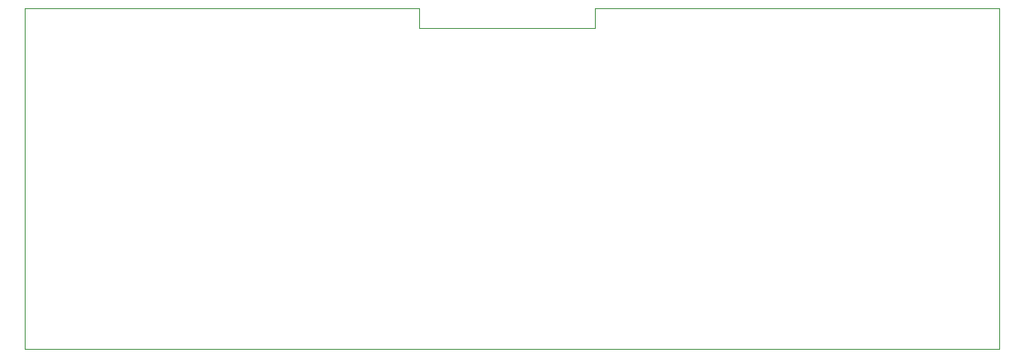
<source format=gbr>
G04 #@! TF.GenerationSoftware,KiCad,Pcbnew,(5.1.10)-1*
G04 #@! TF.CreationDate,2021-08-19T14:27:16+09:00*
G04 #@! TF.ProjectId,driver,64726976-6572-42e6-9b69-6361645f7063,rev?*
G04 #@! TF.SameCoordinates,Original*
G04 #@! TF.FileFunction,Profile,NP*
%FSLAX46Y46*%
G04 Gerber Fmt 4.6, Leading zero omitted, Abs format (unit mm)*
G04 Created by KiCad (PCBNEW (5.1.10)-1) date 2021-08-19 14:27:16*
%MOMM*%
%LPD*%
G01*
G04 APERTURE LIST*
G04 #@! TA.AperFunction,Profile*
%ADD10C,0.050000*%
G04 #@! TD*
G04 APERTURE END LIST*
D10*
X40500000Y-2000000D02*
X58500000Y-2000000D01*
X58500000Y-2000000D02*
X58500000Y0D01*
X40500000Y0D02*
X40500000Y-2000000D01*
X40500000Y0D02*
X0Y0D01*
X58500000Y0D02*
X100000000Y0D01*
X100000000Y0D02*
X100000000Y-35000000D01*
X0Y-35000000D02*
X100000000Y-35000000D01*
X0Y0D02*
X0Y-35000000D01*
M02*

</source>
